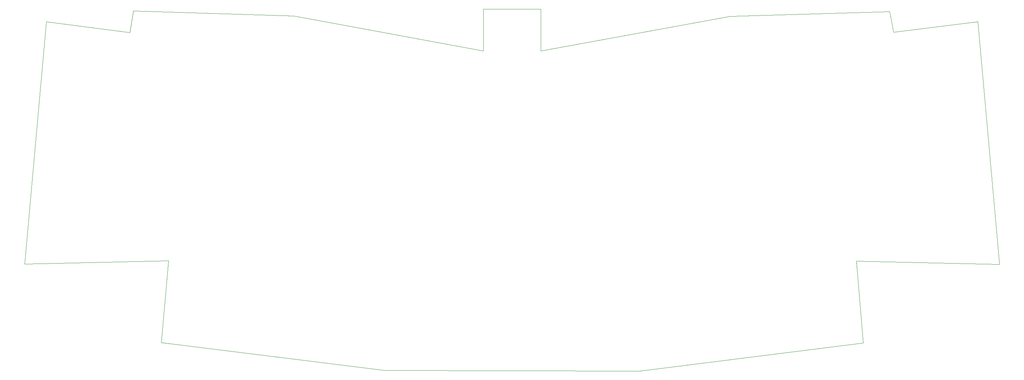
<source format=gbr>
G04 #@! TF.GenerationSoftware,KiCad,Pcbnew,(5.1.10-1-10_14)*
G04 #@! TF.CreationDate,2021-09-21T06:26:05-05:00*
G04 #@! TF.ProjectId,LeChiffre,4c654368-6966-4667-9265-2e6b69636164,rev?*
G04 #@! TF.SameCoordinates,Original*
G04 #@! TF.FileFunction,Profile,NP*
%FSLAX46Y46*%
G04 Gerber Fmt 4.6, Leading zero omitted, Abs format (unit mm)*
G04 Created by KiCad (PCBNEW (5.1.10-1-10_14)) date 2021-09-21 06:26:05*
%MOMM*%
%LPD*%
G01*
G04 APERTURE LIST*
G04 #@! TA.AperFunction,Profile*
%ADD10C,0.050000*%
G04 #@! TD*
G04 APERTURE END LIST*
D10*
X48500000Y-42300000D02*
X49380000Y-37200000D01*
X28970000Y-39750000D02*
X48500000Y-42300000D01*
X57560000Y-95850000D02*
X23860000Y-96640000D01*
X55890000Y-115110000D02*
X57560000Y-95850000D01*
X218700000Y-95980000D02*
X252260000Y-96740000D01*
X220270000Y-115200000D02*
X218700000Y-95980000D01*
X227440000Y-42210000D02*
X226460000Y-37310000D01*
X247150000Y-39750000D02*
X227440000Y-42210000D01*
X144790000Y-46610000D02*
X189170000Y-38450000D01*
X144790000Y-46610000D02*
X144790000Y-36750000D01*
X226460000Y-37310000D02*
X189170000Y-38450000D01*
X131320000Y-46600000D02*
X131320000Y-36770000D01*
X86940000Y-38350000D02*
X131320000Y-46600000D01*
X49380000Y-37200000D02*
X86940000Y-38350000D01*
X28970000Y-39750000D02*
X23860000Y-96640000D01*
X131320000Y-36770000D02*
X144790000Y-36750000D01*
X167930000Y-121730000D02*
X220270000Y-115200000D01*
X108190000Y-121630000D02*
X55890000Y-115110000D01*
X167930000Y-121730000D02*
X108190000Y-121630000D01*
X247150000Y-39750000D02*
X252260000Y-96740000D01*
M02*

</source>
